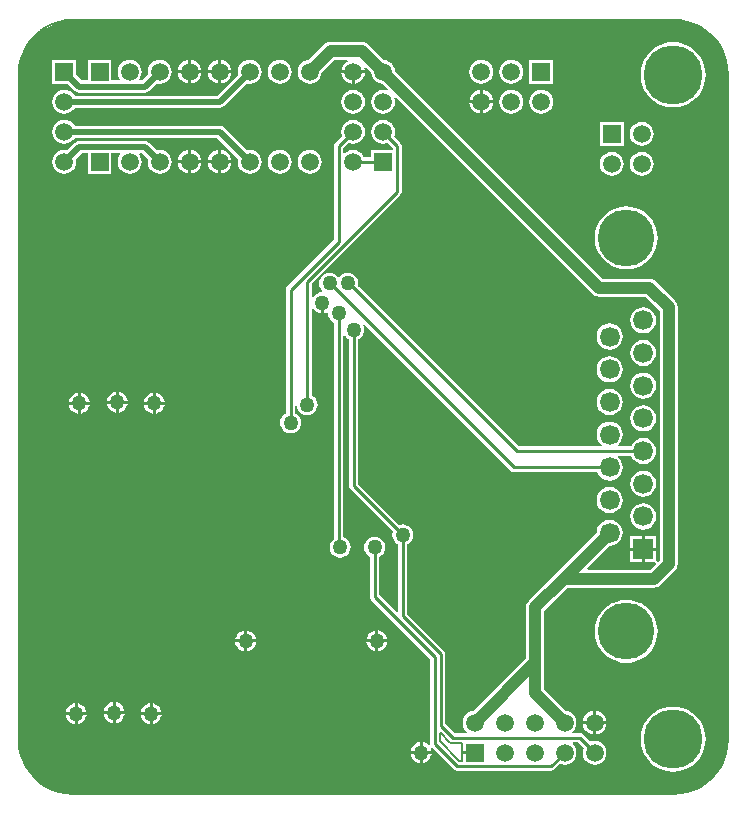
<source format=gbl>
%FSDAX24Y24*%
%MOIN*%
%SFA1B1*%

%IPPOS*%
%ADD19C,0.020000*%
%ADD20C,0.010000*%
%ADD21C,0.040000*%
%ADD22C,0.059100*%
%ADD23R,0.059100X0.059100*%
%ADD24R,0.059100X0.059100*%
%ADD25C,0.189000*%
%ADD26C,0.066500*%
%ADD27R,0.066500X0.066500*%
%ADD28C,0.050000*%
%ADD29C,0.196900*%
%ADD33C,0.005000*%
%ADD53C,0.080000*%
%ADD54C,0.160000*%
%ADD55C,0.320000*%
%LNmetr4810_pcb_b_layout-1*%
%LPD*%
G54D33*
X000237Y023958D02*
X000472Y023911D01*
X000698Y023834*
X000911Y023729*
X001110Y023597*
X001289Y023439*
X001447Y023260*
X001579Y023061*
X001684Y022848*
X001761Y022622*
X001808Y022387*
X001822Y022157*
X001822Y022151*
Y-000001*
X001822Y-000007*
X001808Y-000237*
X001761Y-000472*
X001684Y-000698*
X001579Y-000911*
X001447Y-001110*
X001289Y-001289*
X001110Y-001447*
X000911Y-001579*
X000698Y-001684*
X000472Y-001761*
X000237Y-001808*
X000007Y-001822*
X000001Y-001822*
X-020001*
X-020007Y-001822*
X-020237Y-001808*
X-020472Y-001761*
X-020698Y-001684*
X-020911Y-001579*
X-021110Y-001447*
X-021289Y-001289*
X-021447Y-001110*
X-021579Y-000911*
X-021684Y-000698*
X-021761Y-000472*
X-021808Y-000237*
X-021822Y-000007*
X-021822Y-000001*
Y022151*
X-021822Y022157*
X-021808Y022387*
X-021761Y022622*
X-021684Y022848*
X-021579Y023061*
X-021447Y023260*
X-021289Y023439*
X-021110Y023597*
X-020911Y023729*
X-020698Y023834*
X-020472Y023911*
X-020237Y023958*
X-020007Y023972*
X-020001Y023972*
X000001*
X000007Y023972*
X000237Y023958*
G54D20*
X000231Y023908D02*
X000459Y023863D01*
X000679Y023788*
X000886Y023685*
X001080Y023557*
X001253Y023403*
X001407Y023230*
X001535Y023036*
X001638Y022829*
X001713Y022609*
X001758Y022381*
X001772Y022159*
X001772Y022155*
Y-000005*
X001772Y-000009*
X001758Y-000231*
X001713Y-000459*
X001638Y-000679*
X001535Y-000886*
X001407Y-001080*
X001253Y-001253*
X001080Y-001407*
X000886Y-001535*
X000679Y-001638*
X000459Y-001713*
X000231Y-001758*
X000009Y-001772*
X000005Y-001772*
X-020005*
X-020009Y-001772*
X-020231Y-001758*
X-020459Y-001713*
X-020679Y-001638*
X-020886Y-001535*
X-021080Y-001407*
X-021253Y-001253*
X-021407Y-001080*
X-021535Y-000886*
X-021638Y-000679*
X-021713Y-000459*
X-021758Y-000231*
X-021772Y-000009*
X-021772Y-000005*
Y022155*
X-021772Y022159*
X-021758Y022381*
X-021713Y022609*
X-021638Y022829*
X-021535Y023036*
X-021407Y023230*
X-021253Y023403*
X-021080Y023557*
X-020886Y023685*
X-020679Y023788*
X-020459Y023863*
X-020231Y023908*
X-020009Y023922*
X-020005Y023922*
X000005*
X000009Y023922*
X000231Y023908*
G54D19*
X000218Y023809D02*
X000433Y023766D01*
X000640Y023696*
X000836Y023599*
X001019Y023477*
X001183Y023333*
X001327Y023169*
X001449Y022986*
X001546Y022790*
X001616Y022583*
X001659Y022368*
X001672Y022163*
X001672Y022162*
Y-000012*
X001672Y-000013*
X001659Y-000218*
X001616Y-000433*
X001546Y-000640*
X001449Y-000836*
X001327Y-001019*
X001183Y-001183*
X001019Y-001327*
X000836Y-001449*
X000640Y-001546*
X000433Y-001616*
X000218Y-001659*
X000013Y-001672*
X000012Y-001672*
X-020012*
X-020013Y-001672*
X-020218Y-001659*
X-020433Y-001616*
X-020640Y-001546*
X-020836Y-001449*
X-021019Y-001327*
X-021183Y-001183*
X-021327Y-001019*
X-021449Y-000836*
X-021546Y-000640*
X-021616Y-000433*
X-021659Y-000218*
X-021672Y-000013*
X-021672Y-000012*
Y022162*
X-021672Y022163*
X-021659Y022368*
X-021616Y022583*
X-021546Y022790*
X-021449Y022986*
X-021327Y023169*
X-021183Y023333*
X-021019Y023477*
X-020836Y023599*
X-020640Y023696*
X-020433Y023766*
X-020218Y023809*
X-020013Y023822*
X-020012Y023822*
X000012*
X000013Y023822*
X000218Y023809*
G54D21*
X000192Y023610D02*
X000381Y023572D01*
X000563Y023510*
X000736Y023425*
X000897Y023318*
X001041Y023191*
X001168Y023047*
X001275Y022886*
X001360Y022713*
X001422Y022531*
X001460Y022342*
X001471Y022170*
X001472Y022175*
Y-000025*
X001471Y-000020*
X001460Y-000192*
X001422Y-000381*
X001360Y-000563*
X001275Y-000736*
X001168Y-000897*
X001041Y-001041*
X000897Y-001168*
X000736Y-001275*
X000563Y-001360*
X000381Y-001422*
X000192Y-001460*
X000020Y-001471*
X000025Y-001472*
X-020025*
X-020020Y-001471*
X-020192Y-001460*
X-020381Y-001422*
X-020563Y-001360*
X-020736Y-001275*
X-020897Y-001168*
X-021041Y-001041*
X-021168Y-000897*
X-021275Y-000736*
X-021360Y-000563*
X-021422Y-000381*
X-021460Y-000192*
X-021471Y-000020*
X-021472Y-000025*
Y022175*
X-021471Y022170*
X-021460Y022342*
X-021422Y022531*
X-021360Y022713*
X-021275Y022886*
X-021168Y023047*
X-021041Y023191*
X-020897Y023318*
X-020736Y023425*
X-020563Y023510*
X-020381Y023572*
X-020192Y023610*
X-020020Y023621*
X-020025Y023622*
X000025*
X000020Y023621*
X000192Y023610*
G54D53*
X000140Y023212D02*
X000278Y023185D01*
X000409Y023140*
X000536Y023078*
X000652Y023000*
X000757Y022907*
X000850Y022802*
X000928Y022686*
X000990Y022559*
X001035Y022428*
X001062Y022290*
X001327Y018161*
X001072Y016289*
Y005860*
X001327Y003988*
X001062Y-000140*
X001035Y-000278*
X000990Y-000409*
X000928Y-000536*
X000850Y-000652*
X000757Y-000757*
X000652Y-000850*
X000536Y-000928*
X000409Y-000990*
X000278Y-001035*
X000140Y-001062*
X-003988Y-001327*
X-005860Y-001072*
X-014139*
X-016011Y-001327*
X-020140Y-001062*
X-020278Y-001035*
X-020409Y-000990*
X-020536Y-000928*
X-020652Y-000850*
X-020757Y-000757*
X-020850Y-000652*
X-020928Y-000536*
X-020990Y-000409*
X-021035Y-000278*
X-021062Y-000140*
X-021327Y003988*
X-021072Y005860*
Y016289*
X-021327Y018161*
X-021062Y022290*
X-021035Y022428*
X-020990Y022559*
X-020928Y022686*
X-020850Y022802*
X-020757Y022907*
X-020652Y023000*
X-020536Y023078*
X-020409Y023140*
X-020278Y023185*
X-020140Y023212*
X-016011Y023477*
X-014139Y023222*
X-005860*
X-003988Y023477*
X000140Y023212*
G54D54*
X000037Y022417D02*
X000070Y022411D01*
X000101Y022400*
X000135Y022383*
X000164Y022364*
X000191Y022341*
X000214Y022314*
X000233Y022285*
X000250Y022251*
X000261Y022220*
X000267Y022187*
X000524Y018190*
X000271Y016344*
X000272Y005805*
X000524Y003959*
X000267Y-000037*
X000261Y-000070*
X000250Y-000101*
X000233Y-000135*
X000214Y-000164*
X000191Y-000191*
X000164Y-000214*
X000135Y-000233*
X000101Y-000250*
X000070Y-000261*
X000037Y-000267*
X-003959Y-000524*
X-005805Y-000272*
X-014194*
X-016040Y-000524*
X-020037Y-000267*
X-020070Y-000261*
X-020101Y-000250*
X-020135Y-000233*
X-020164Y-000214*
X-020191Y-000191*
X-020214Y-000164*
X-020233Y-000135*
X-020250Y-000101*
X-020261Y-000070*
X-020267Y-000037*
X-020524Y003959*
X-020272Y005805*
Y016344*
X-020524Y018190*
X-020267Y022187*
X-020261Y022220*
X-020250Y022251*
X-020233Y022285*
X-020214Y022314*
X-020191Y022341*
X-020164Y022364*
X-020135Y022383*
X-020101Y022400*
X-020070Y022411*
X-020037Y022417*
X-016040Y022674*
X-014194Y022422*
X-005805*
X-003959Y022674*
X000037Y022417*
G54D55*
X-000169Y020827D02*
X-000344Y020862D01*
X-000513Y020920*
X-000664Y020994*
X-000812Y021092*
X-000942Y021207*
X-001057Y021337*
X-001155Y021485*
X-001229Y021636*
X-001287Y021805*
X-001322Y021980*
X-001082Y018247*
X-001328Y016452*
X-001327Y005697*
X-001082Y003902*
X-001322Y000169*
X-001287Y000344*
X-001229Y000513*
X-001155Y000664*
X-001057Y000812*
X-000942Y000942*
X-000812Y001057*
X-000664Y001155*
X-000513Y001229*
X-000344Y001287*
X-000169Y001322*
X-003902Y001082*
X-005697Y001328*
X-014302*
X-016097Y001082*
X-019830Y001322*
X-019655Y001287*
X-019486Y001229*
X-019335Y001155*
X-019187Y001057*
X-019057Y000942*
X-018942Y000812*
X-018844Y000664*
X-018770Y000513*
X-018712Y000344*
X-018677Y000169*
X-018917Y003902*
X-018672Y005697*
Y016452*
X-018917Y018247*
X-018677Y021980*
X-018712Y021805*
X-018770Y021636*
X-018844Y021485*
X-018942Y021337*
X-019057Y021207*
X-019187Y021092*
X-019335Y020994*
X-019486Y020920*
X-019655Y020862*
X-019830Y020827*
X-016097Y021067*
X-014302Y020822*
X-005697*
X-003902Y021067*
X-000169Y020827*
X-018170Y001840D02*
Y020230D01*
X-014970Y001840D02*
Y020230D01*
X-011770Y001840D02*
Y020230D01*
X-008570Y001840D02*
Y020230D01*
X-005370Y001840D02*
Y020230D01*
X-002170Y001840D02*
Y020230D01*
G54D33*
X-007505Y-000116D02*
X-007438Y-000161D01*
X-007357Y-000178*
X-007092*
Y-000470*
X-006697*
X-006672Y-000445*
X-007092Y-000416*
Y-000672*
X-007105*
X-007722Y-000055*
Y000165*
X-007767Y000145*
X-007505Y-000116*
X-007140Y-000700D02*
X-007050D01*
X-007190Y-000650D02*
X-007050D01*
X-007240Y-000600D02*
X-007050D01*
X-007290Y-000550D02*
X-007050D01*
X-007340Y-000500D02*
X-007050D01*
X-007390Y-000450D02*
X-006650D01*
X-007440Y-000400D02*
X-007050D01*
X-007490Y-000350D02*
X-007050D01*
X-007540Y-000300D02*
X-007050D01*
X-007590Y-000250D02*
X-007050D01*
X-007640Y-000200D02*
X-007050D01*
X-007690Y-000150D02*
X-007050D01*
X-007740Y-000100D02*
X-007440D01*
X-007760Y-000050D02*
X-007510D01*
X-007760Y000000D02*
X-007560D01*
X-007760Y000050D02*
X-007610D01*
X-007760Y000100D02*
X-007660D01*
X-007760Y000150D02*
X-007710D01*
X-007760Y000200D02*
D01*
%LNmetr4810_pcb_b_layout-2*%
%LPC*%
G36*
X-001001Y007860D02*
X-001114Y007845D01*
X-001219Y007802*
X-001309Y007732*
X-001379Y007642*
X-001422Y007537*
X-001437Y007424*
X-001422Y007311*
X-001379Y007205*
X-001309Y007115*
X-001219Y007046*
X-001114Y007002*
X-001001Y006987*
X-000888Y007002*
X-000783Y007046*
X-000692Y007115*
X-000623Y007205*
X-000579Y007311*
X-000564Y007424*
X-000579Y007537*
X-000623Y007642*
X-000692Y007732*
X-000783Y007802*
X-000888Y007845*
X-001001Y007860*
G37*
G36*
X-000568Y006766D02*
X-000951D01*
Y006383*
X-000568*
Y006766*
G37*
G36*
X-001051D02*
X-001433D01*
Y006383*
X-001051*
Y006766*
G37*
G36*
X-001001Y011132D02*
X-001114Y011117D01*
X-001219Y011073*
X-001309Y011004*
X-001379Y010913*
X-001422Y010808*
X-001437Y010695*
X-001422Y010582*
X-001379Y010477*
X-001309Y010387*
X-001219Y010317*
X-001114Y010274*
X-001001Y010259*
X-000888Y010274*
X-000783Y010317*
X-000692Y010387*
X-000623Y010477*
X-000579Y010582*
X-000564Y010695*
X-000579Y010808*
X-000623Y010913*
X-000692Y011004*
X-000783Y011073*
X-000888Y011117*
X-001001Y011132*
G37*
G36*
Y008951D02*
X-001114Y008936D01*
X-001219Y008892*
X-001309Y008823*
X-001379Y008732*
X-001422Y008627*
X-001437Y008514*
X-001422Y008401*
X-001379Y008296*
X-001309Y008206*
X-001219Y008136*
X-001114Y008093*
X-001001Y008078*
X-000888Y008093*
X-000783Y008136*
X-000692Y008206*
X-000623Y008296*
X-000579Y008401*
X-000564Y008514*
X-000579Y008627*
X-000623Y008732*
X-000692Y008823*
X-000783Y008892*
X-000888Y008936*
X-001001Y008951*
G37*
G36*
X-002119Y008405D02*
X-002232Y008390D01*
X-002337Y008347*
X-002427Y008277*
X-002497Y008187*
X-002540Y008082*
X-002555Y007969*
X-002540Y007856*
X-002497Y007751*
X-002427Y007660*
X-002337Y007591*
X-002232Y007547*
X-002119Y007532*
X-002006Y007547*
X-001901Y007591*
X-001810Y007660*
X-001741Y007751*
X-001697Y007856*
X-001682Y007969*
X-001697Y008082*
X-001741Y008187*
X-001810Y008277*
X-001901Y008347*
X-002006Y008390*
X-002119Y008405*
G37*
G36*
X-014200Y003624D02*
Y003328D01*
X-013904*
X-013909Y003369*
X-013944Y003454*
X-014000Y003527*
X-014073Y003583*
X-014159Y003619*
X-014200Y003624*
G37*
G36*
X-014300D02*
X-014341Y003619D01*
X-014427Y003583*
X-014500Y003527*
X-014556Y003454*
X-014591Y003369*
X-014596Y003328*
X-014300*
Y003624*
G37*
G36*
X-009532Y003228D02*
X-009828D01*
Y002931*
X-009787Y002937*
X-009702Y002972*
X-009629Y003028*
X-009573Y003101*
X-009537Y003186*
X-009532Y003228*
G37*
G36*
X-001051Y006283D02*
X-001433D01*
Y005900*
X-001051*
Y006283*
G37*
G36*
X-009828Y003624D02*
Y003328D01*
X-009532*
X-009537Y003369*
X-009573Y003454*
X-009629Y003527*
X-009702Y003583*
X-009787Y003619*
X-009828Y003624*
G37*
G36*
X-009928D02*
X-009970Y003619D01*
X-010055Y003583*
X-010128Y003527*
X-010184Y003454*
X-010219Y003369*
X-010225Y003328*
X-009928*
Y003624*
G37*
G36*
X-019750Y011546D02*
Y011250D01*
X-019454*
X-019459Y011291*
X-019494Y011377*
X-019550Y011450*
X-019623Y011506*
X-019709Y011541*
X-019750Y011546*
G37*
G36*
X-019850D02*
X-019891Y011541D01*
X-019977Y011506*
X-020050Y011450*
X-020106Y011377*
X-020141Y011291*
X-020146Y011250*
X-019850*
Y011546*
G37*
G36*
X-018185Y011186D02*
X-018482D01*
Y010889*
X-018440Y010895*
X-018355Y010930*
X-018282Y010986*
X-018226Y011059*
X-018191Y011144*
X-018185Y011186*
G37*
G36*
X-018582Y011582D02*
X-018623Y011577D01*
X-018708Y011542*
X-018781Y011485*
X-018837Y011412*
X-018873Y011327*
X-018878Y011286*
X-018582*
Y011582*
G37*
G36*
X-017250Y011546D02*
Y011250D01*
X-016954*
X-016959Y011291*
X-016994Y011377*
X-017050Y011450*
X-017123Y011506*
X-017209Y011541*
X-017250Y011546*
G37*
G36*
X-017350D02*
X-017391Y011541D01*
X-017477Y011506*
X-017550Y011450*
X-017606Y011377*
X-017641Y011291*
X-017646Y011250*
X-017350*
Y011546*
G37*
G36*
X-019454Y011150D02*
X-019750D01*
Y010854*
X-019709Y010859*
X-019623Y010894*
X-019550Y010950*
X-019494Y011023*
X-019459Y011109*
X-019454Y011150*
G37*
G36*
X-019850D02*
X-020146D01*
X-020141Y011109*
X-020106Y011023*
X-020050Y010950*
X-019977Y010894*
X-019891Y010859*
X-019850Y010854*
Y011150*
G37*
G36*
X-002119Y011677D02*
X-002232Y011662D01*
X-002337Y011618*
X-002427Y011549*
X-002497Y011459*
X-002540Y011353*
X-002555Y011241*
X-002540Y011128*
X-002497Y011022*
X-002427Y010932*
X-002337Y010863*
X-002232Y010819*
X-002119Y010804*
X-002006Y010819*
X-001901Y010863*
X-001810Y010932*
X-001741Y011022*
X-001697Y011128*
X-001682Y011241*
X-001697Y011353*
X-001741Y011459*
X-001810Y011549*
X-001901Y011618*
X-002006Y011662*
X-002119Y011677*
G37*
G36*
X-018582Y011186D02*
X-018878D01*
X-018873Y011144*
X-018837Y011059*
X-018781Y010986*
X-018708Y010930*
X-018623Y010895*
X-018582Y010889*
Y011186*
G37*
G36*
X-016954Y011150D02*
X-017250D01*
Y010854*
X-017209Y010859*
X-017123Y010894*
X-017050Y010950*
X-016994Y011023*
X-016959Y011109*
X-016954Y011150*
G37*
G36*
X-017350D02*
X-017646D01*
X-017641Y011109*
X-017606Y011023*
X-017550Y010950*
X-017477Y010894*
X-017391Y010859*
X-017350Y010854*
Y011150*
G37*
G36*
X-017450Y000800D02*
X-017746D01*
X-017741Y000759*
X-017706Y000673*
X-017650Y000600*
X-017577Y000544*
X-017491Y000509*
X-017450Y000504*
Y000800*
G37*
G36*
X-019554D02*
X-019850D01*
Y000504*
X-019809Y000509*
X-019723Y000544*
X-019650Y000600*
X-019594Y000673*
X-019559Y000759*
X-019554Y000800*
G37*
G36*
X-019950D02*
X-020246D01*
X-020241Y000759*
X-020206Y000673*
X-020150Y000600*
X-020077Y000544*
X-019991Y000509*
X-019950Y000504*
Y000800*
G37*
G36*
X-018285Y000836D02*
X-018582D01*
Y000539*
X-018540Y000545*
X-018455Y000580*
X-018382Y000636*
X-018326Y000709*
X-018291Y000794*
X-018285Y000836*
G37*
G36*
X-018682D02*
X-018978D01*
X-018973Y000794*
X-018937Y000709*
X-018881Y000636*
X-018808Y000580*
X-018723Y000545*
X-018682Y000539*
Y000836*
G37*
G36*
X-017054Y000800D02*
X-017350D01*
Y000504*
X-017309Y000509*
X-017223Y000544*
X-017150Y000600*
X-017094Y000673*
X-017059Y000759*
X-017054Y000800*
G37*
G36*
X-008054Y-000495D02*
X-008350D01*
Y-000791*
X-008309Y-000786*
X-008223Y-000751*
X-008150Y-000695*
X-008094Y-000621*
X-008059Y-000536*
X-008054Y-000495*
G37*
G36*
X-008450D02*
X-008746D01*
X-008741Y-000536*
X-008706Y-000621*
X-008650Y-000695*
X-008577Y-000751*
X-008491Y-000786*
X-008450Y-000791*
Y-000495*
G37*
G36*
X000000Y001088D02*
X-000170Y001074D01*
X-000336Y001034*
X-000494Y000969*
X-000639Y000880*
X-000769Y000769*
X-000880Y000639*
X-000969Y000494*
X-001034Y000336*
X-001074Y000170*
X-001088Y000000*
X-001074Y-000170*
X-001034Y-000336*
X-000969Y-000494*
X-000880Y-000639*
X-000769Y-000769*
X-000639Y-000880*
X-000494Y-000969*
X-000336Y-001034*
X-000170Y-001074*
X000000Y-001088*
X000170Y-001074*
X000336Y-001034*
X000494Y-000969*
X000639Y-000880*
X000769Y-000769*
X000880Y-000639*
X000969Y-000494*
X001034Y-000336*
X001074Y-000170*
X001088Y000000*
X001074Y000170*
X001034Y000336*
X000969Y000494*
X000880Y000639*
X000769Y000769*
X000639Y000880*
X000494Y000969*
X000336Y001034*
X000170Y001074*
X000000Y001088*
G37*
G36*
X-002229Y000505D02*
X-002572D01*
Y000163*
X-002518Y000170*
X-002422Y000210*
X-002340Y000273*
X-002276Y000356*
X-002236Y000452*
X-002229Y000505*
G37*
G36*
X-002672D02*
X-003014D01*
X-003007Y000452*
X-002967Y000356*
X-002903Y000273*
X-002821Y000210*
X-002725Y000170*
X-002672Y000163*
Y000505*
G37*
G36*
X-008450Y-000098D02*
X-008491Y-000104D01*
X-008577Y-000139*
X-008650Y-000195*
X-008706Y-000268*
X-008741Y-000354*
X-008746Y-000395*
X-008450*
Y-000098*
G37*
G36*
X-001560Y004639D02*
X-001724Y004626D01*
X-001884Y004588*
X-002036Y004525*
X-002176Y004439*
X-002301Y004332*
X-002408Y004207*
X-002494Y004067*
X-002557Y003915*
X-002595Y003755*
X-002608Y003591*
X-002595Y003427*
X-002557Y003267*
X-002494Y003115*
X-002408Y002975*
X-002301Y002850*
X-002176Y002743*
X-002036Y002657*
X-001884Y002594*
X-001724Y002556*
X-001560Y002543*
X-001396Y002556*
X-001236Y002594*
X-001084Y002657*
X-000944Y002743*
X-000819Y002850*
X-000712Y002975*
X-000626Y003115*
X-000563Y003267*
X-000525Y003427*
X-000512Y003591*
X-000525Y003755*
X-000563Y003915*
X-000626Y004067*
X-000712Y004207*
X-000819Y004332*
X-000944Y004439*
X-001084Y004525*
X-001236Y004588*
X-001396Y004626*
X-001560Y004639*
G37*
G36*
X-018582Y001232D02*
Y000936D01*
X-018285*
X-018291Y000977*
X-018326Y001062*
X-018382Y001135*
X-018455Y001192*
X-018540Y001227*
X-018582Y001232*
G37*
G36*
X-018682D02*
X-018723Y001227D01*
X-018808Y001192*
X-018881Y001135*
X-018937Y001062*
X-018973Y000977*
X-018978Y000936*
X-018682*
Y001232*
G37*
G36*
X-009928Y003228D02*
X-010225D01*
X-010219Y003186*
X-010184Y003101*
X-010128Y003028*
X-010055Y002972*
X-009970Y002937*
X-009928Y002931*
Y003228*
G37*
G36*
X-013904D02*
X-014200D01*
Y002931*
X-014159Y002937*
X-014073Y002972*
X-014000Y003028*
X-013944Y003101*
X-013909Y003186*
X-013904Y003228*
G37*
G36*
X-014300D02*
X-014596D01*
X-014591Y003186*
X-014556Y003101*
X-014500Y003028*
X-014427Y002972*
X-014341Y002937*
X-014300Y002931*
Y003228*
G37*
G36*
X-019950Y001196D02*
X-019991Y001191D01*
X-020077Y001156*
X-020150Y001100*
X-020206Y001027*
X-020241Y000941*
X-020246Y000900*
X-019950*
Y001196*
G37*
G36*
X-002572Y000947D02*
Y000605D01*
X-002229*
X-002236Y000658*
X-002276Y000754*
X-002340Y000837*
X-002422Y000900*
X-002518Y000940*
X-002572Y000947*
G37*
G36*
X-002672D02*
X-002725Y000940D01*
X-002821Y000900*
X-002903Y000837*
X-002967Y000754*
X-003007Y000658*
X-003014Y000605*
X-002672*
Y000947*
G37*
G36*
X-017350Y001196D02*
Y000900D01*
X-017054*
X-017059Y000941*
X-017094Y001027*
X-017150Y001100*
X-017223Y001156*
X-017309Y001191*
X-017350Y001196*
G37*
G36*
X-017450D02*
X-017491Y001191D01*
X-017577Y001156*
X-017650Y001100*
X-017706Y001027*
X-017741Y000941*
X-017746Y000900*
X-017450*
Y001196*
G37*
G36*
X-019850D02*
Y000900D01*
X-019554*
X-019559Y000941*
X-019594Y001027*
X-019650Y001100*
X-019723Y001156*
X-019809Y001191*
X-019850Y001196*
G37*
G36*
X-014118Y022649D02*
X-014221Y022635D01*
X-014317Y022595*
X-014400Y022532*
X-014463Y022449*
X-014503Y022353*
X-014517Y022250*
X-014504Y022153*
X-015203Y021454*
X-019955*
X-020015Y021532*
X-020098Y021595*
X-020194Y021635*
X-020297Y021649*
X-020400Y021635*
X-020496Y021595*
X-020579Y021532*
X-020642Y021449*
X-020682Y021353*
X-020696Y021250*
X-020682Y021147*
X-020642Y021051*
X-020579Y020968*
X-020496Y020905*
X-020400Y020865*
X-020297Y020851*
X-020194Y020865*
X-020098Y020905*
X-020015Y020968*
X-019955Y021046*
X-015118*
X-015040Y021062*
X-014974Y021106*
X-014216Y021864*
X-014118Y021851*
X-014015Y021865*
X-013919Y021905*
X-013836Y021968*
X-013773Y022051*
X-013733Y022147*
X-013719Y022250*
X-013733Y022353*
X-013773Y022449*
X-013836Y022532*
X-013919Y022595*
X-014015Y022635*
X-014118Y022649*
G37*
G36*
X-010375Y023253D02*
X-011418D01*
X-011496Y023242*
X-011569Y023212*
X-011632Y023164*
X-012152Y022644*
X-012221Y022635*
X-012317Y022595*
X-012400Y022532*
X-012463Y022449*
X-012503Y022353*
X-012517Y022250*
X-012503Y022147*
X-012463Y022051*
X-012400Y021968*
X-012317Y021905*
X-012221Y021865*
X-012118Y021851*
X-012015Y021865*
X-011919Y021905*
X-011836Y021968*
X-011773Y022051*
X-011733Y022147*
X-011724Y022216*
X-011293Y022647*
X-010857*
X-010847Y022597*
X-010867Y022589*
X-010950Y022525*
X-011013Y022443*
X-011053Y022347*
X-011060Y022293*
X-010668*
X-010276*
X-010283Y022347*
X-010292Y022369*
X-010250Y022397*
X-010062Y022210*
X-010053Y022140*
X-010013Y022044*
X-009950Y021962*
X-009867Y021898*
X-009771Y021858*
X-009702Y021849*
X-009514Y021662*
X-009543Y021619*
X-009565Y021629*
X-009668Y021642*
X-009771Y021629*
X-009867Y021589*
X-009950Y021525*
X-010013Y021443*
X-010053Y021347*
X-010067Y021243*
X-010053Y021140*
X-010013Y021044*
X-009950Y020962*
X-009867Y020898*
X-009771Y020858*
X-009668Y020845*
X-009565Y020858*
X-009469Y020898*
X-009386Y020962*
X-009323Y021044*
X-009283Y021140*
X-009269Y021243*
X-009283Y021347*
X-009292Y021369*
X-009250Y021397*
X-002689Y014836*
X-002626Y014788*
X-002553Y014758*
X-002475Y014747*
X-000925*
X-000453Y014275*
Y005975*
X-000518Y005910*
X-000568Y005931*
Y005936*
Y005938*
Y006283*
X-000951*
Y005900*
X-000606*
X-000603*
X-000598*
X-000595Y005892*
X-000578Y005850*
X-000775Y005653*
X-002851*
X-002871Y005699*
X-002126Y006443*
X-002119Y006442*
X-002006Y006457*
X-001901Y006500*
X-001810Y006570*
X-001741Y006660*
X-001697Y006765*
X-001682Y006878*
X-001697Y006991*
X-001741Y007097*
X-001810Y007187*
X-001901Y007256*
X-002006Y007300*
X-002119Y007315*
X-002232Y007300*
X-002337Y007256*
X-002427Y007187*
X-002497Y007097*
X-002540Y006991*
X-002555Y006878*
X-002554Y006871*
X-003861Y005564*
X-004814Y004611*
X-004862Y004549*
X-004892Y004476*
X-004903Y004397*
Y002702*
X-006655Y000949*
X-006725Y000940*
X-006821Y000900*
X-006903Y000837*
X-006967Y000754*
X-007007Y000658*
X-007020Y000555*
X-007007Y000452*
X-006967Y000356*
X-006903Y000273*
X-006877Y000253*
X-006894Y000203*
X-007287*
X-007597Y000513*
Y002833*
X-007609Y002891*
X-007642Y002941*
X-008861Y004161*
Y006499*
X-008838Y006509*
X-008765Y006565*
X-008709Y006638*
X-008673Y006723*
X-008661Y006814*
X-008673Y006906*
X-008709Y006991*
X-008765Y007064*
X-008838Y007120*
X-008923Y007155*
X-009014Y007167*
X-009106Y007155*
X-009129Y007146*
X-010497Y008513*
Y013335*
X-010473Y013344*
X-010400Y013400*
X-010344Y013473*
X-010309Y013559*
X-010297Y013650*
X-010309Y013741*
X-010331Y013794*
X-010288Y013822*
X-005418Y008951*
X-005368Y008918*
X-005309Y008907*
X-002524*
X-002497Y008841*
X-002427Y008751*
X-002337Y008682*
X-002232Y008638*
X-002119Y008623*
X-002006Y008638*
X-001901Y008682*
X-001810Y008751*
X-001741Y008841*
X-001697Y008946*
X-001682Y009059*
X-001697Y009172*
X-001741Y009278*
X-001810Y009368*
X-001854Y009402*
X-001837Y009452*
X-001406*
X-001379Y009387*
X-001309Y009296*
X-001219Y009227*
X-001114Y009183*
X-001001Y009168*
X-000888Y009183*
X-000783Y009227*
X-000692Y009296*
X-000623Y009387*
X-000579Y009492*
X-000564Y009605*
X-000579Y009718*
X-000623Y009823*
X-000692Y009913*
X-000783Y009983*
X-000888Y010026*
X-001001Y010041*
X-001114Y010026*
X-001219Y009983*
X-001309Y009913*
X-001379Y009823*
X-001406Y009758*
X-001837*
X-001854Y009808*
X-001810Y009841*
X-001741Y009932*
X-001697Y010037*
X-001682Y010150*
X-001697Y010263*
X-001741Y010368*
X-001810Y010459*
X-001901Y010528*
X-002006Y010572*
X-002119Y010586*
X-002232Y010572*
X-002337Y010528*
X-002427Y010459*
X-002497Y010368*
X-002540Y010263*
X-002555Y010150*
X-002540Y010037*
X-002497Y009932*
X-002427Y009841*
X-002384Y009808*
X-002400Y009758*
X-005141*
X-010507Y015123*
X-010497Y015200*
X-010509Y015291*
X-010544Y015377*
X-010600Y015450*
X-010673Y015506*
X-010759Y015541*
X-010850Y015553*
X-010941Y015541*
X-011027Y015506*
X-011100Y015450*
X-011125Y015417*
X-011175*
X-011200Y015450*
X-011273Y015506*
X-011359Y015541*
X-011450Y015553*
X-011541Y015541*
X-011627Y015506*
X-011700Y015450*
X-011756Y015377*
X-011791Y015291*
X-011803Y015200*
X-011791Y015109*
X-011756Y015023*
X-011700Y014951*
Y014948*
X-011717Y014901*
X-011791Y014891*
X-011877Y014856*
X-011950Y014800*
X-011997Y014738*
X-012047Y014751*
Y015187*
X-009092Y018142*
X-009059Y018191*
X-009047Y018250*
Y019775*
X-009059Y019834*
X-009092Y019884*
X-009302Y020094*
X-009283Y020140*
X-009269Y020243*
X-009283Y020347*
X-009323Y020443*
X-009386Y020525*
X-009469Y020589*
X-009565Y020629*
X-009668Y020642*
X-009771Y020629*
X-009867Y020589*
X-009950Y020525*
X-010013Y020443*
X-010053Y020347*
X-010067Y020243*
X-010053Y020140*
X-010013Y020044*
X-009950Y019962*
X-009867Y019898*
X-009771Y019858*
X-009668Y019845*
X-009565Y019858*
X-009519Y019878*
X-009353Y019712*
Y019639*
X-010063*
Y019396*
X-010304*
X-010323Y019443*
X-010386Y019525*
X-010469Y019589*
X-010565Y019629*
X-010668Y019642*
X-010771Y019629*
X-010867Y019589*
X-010947Y019528*
X-010967Y019531*
X-010997Y019541*
Y019698*
X-010818Y019878*
X-010771Y019858*
X-010668Y019845*
X-010565Y019858*
X-010469Y019898*
X-010386Y019962*
X-010323Y020044*
X-010283Y020140*
X-010269Y020243*
X-010283Y020347*
X-010323Y020443*
X-010386Y020525*
X-010469Y020589*
X-010565Y020629*
X-010668Y020642*
X-010771Y020629*
X-010867Y020589*
X-010950Y020525*
X-011013Y020443*
X-011053Y020347*
X-011067Y020243*
X-011053Y020140*
X-011034Y020094*
X-011258Y019870*
X-011291Y019820*
X-011303Y019762*
Y016646*
X-012858Y015091*
X-012891Y015041*
X-012903Y014983*
Y010865*
X-012927Y010856*
X-013000Y010800*
X-013056Y010727*
X-013091Y010641*
X-013103Y010550*
X-013091Y010459*
X-013056Y010373*
X-013000Y010300*
X-012927Y010244*
X-012841Y010209*
X-012750Y010197*
X-012659Y010209*
X-012573Y010244*
X-012500Y010300*
X-012444Y010373*
X-012409Y010459*
X-012397Y010550*
X-012409Y010641*
X-012444Y010727*
X-012500Y010800*
X-012573Y010856*
X-012597Y010865*
Y011101*
X-012547Y011105*
X-012541Y011059*
X-012506Y010973*
X-012450Y010900*
X-012377Y010844*
X-012291Y010809*
X-012200Y010797*
X-012109Y010809*
X-012023Y010844*
X-011950Y010900*
X-011894Y010973*
X-011859Y011059*
X-011847Y011150*
X-011859Y011241*
X-011894Y011327*
X-011950Y011400*
X-012023Y011456*
X-012047Y011465*
Y014349*
X-011997Y014362*
X-011950Y014300*
X-011877Y014244*
X-011791Y014209*
X-011750Y014204*
Y014550*
X-011650*
Y014204*
X-011609Y014209*
X-011549Y014234*
X-011503Y014200*
X-011491Y014109*
X-011456Y014023*
X-011400Y013950*
X-011327Y013894*
X-011303Y013885*
Y006685*
X-011350Y006650*
X-011406Y006577*
X-011441Y006491*
X-011453Y006400*
X-011441Y006309*
X-011406Y006223*
X-011350Y006150*
X-011277Y006094*
X-011191Y006059*
X-011100Y006047*
X-011009Y006059*
X-010923Y006094*
X-010850Y006150*
X-010794Y006223*
X-010759Y006309*
X-010747Y006400*
X-010759Y006491*
X-010794Y006577*
X-010850Y006650*
X-010923Y006706*
X-010997Y006736*
Y013449*
X-010947Y013462*
X-010900Y013400*
X-010827Y013344*
X-010803Y013335*
Y008450*
X-010791Y008391*
X-010758Y008342*
X-009346Y006929*
X-009355Y006906*
X-009367Y006814*
X-009355Y006723*
X-009320Y006638*
X-009264Y006565*
X-009191Y006509*
X-009167Y006499*
Y004249*
X-009214Y004230*
X-009797Y004813*
Y006085*
X-009773Y006094*
X-009700Y006150*
X-009644Y006223*
X-009609Y006309*
X-009597Y006400*
X-009609Y006491*
X-009644Y006577*
X-009700Y006650*
X-009773Y006706*
X-009859Y006741*
X-009950Y006753*
X-010041Y006741*
X-010127Y006706*
X-010200Y006650*
X-010256Y006577*
X-010291Y006491*
X-010303Y006400*
X-010291Y006309*
X-010256Y006223*
X-010200Y006150*
X-010127Y006094*
X-010103Y006085*
Y004750*
X-010091Y004691*
X-010058Y004642*
X-008103Y002687*
Y-000150*
X-008096Y-000184*
X-008143Y-000205*
X-008150Y-000195*
X-008223Y-000139*
X-008309Y-000104*
X-008350Y-000098*
Y-000395*
X-008054*
X-008059Y-000354*
X-008077Y-000310*
X-008035Y-000282*
X-007308Y-001008*
X-007259Y-001041*
X-007200Y-001053*
X-004077*
X-004018Y-001041*
X-003969Y-001008*
X-003771Y-000811*
X-003725Y-000830*
X-003622Y-000844*
X-003518Y-000830*
X-003422Y-000790*
X-003340Y-000727*
X-003276Y-000644*
X-003236Y-000548*
X-003223Y-000445*
X-003236Y-000342*
X-003276Y-000246*
X-003340Y-000163*
X-003356Y-000150*
X-003340Y-000103*
X-003180*
X-002987Y-000295*
X-003007Y-000342*
X-003020Y-000445*
X-003007Y-000548*
X-002967Y-000644*
X-002903Y-000727*
X-002821Y-000790*
X-002725Y-000830*
X-002622Y-000844*
X-002518Y-000830*
X-002422Y-000790*
X-002340Y-000727*
X-002276Y-000644*
X-002236Y-000548*
X-002223Y-000445*
X-002236Y-000342*
X-002276Y-000246*
X-002340Y-000163*
X-002422Y-000100*
X-002518Y-000060*
X-002622Y-000046*
X-002725Y-000060*
X-002771Y-000079*
X-003008Y000158*
X-003058Y000191*
X-003116Y000203*
X-003349*
X-003366Y000253*
X-003340Y000273*
X-003276Y000356*
X-003236Y000452*
X-003223Y000555*
X-003236Y000658*
X-003276Y000754*
X-003340Y000837*
X-003422Y000900*
X-003518Y000940*
X-003588Y000949*
X-004297Y001659*
Y002577*
Y004272*
X-003522Y005047*
X-000650*
X-000572Y005058*
X-000499Y005088*
X-000436Y005136*
X000064Y005636*
X000112Y005699*
X000142Y005772*
X000153Y005850*
Y014400*
X000142Y014478*
X000112Y014551*
X000064Y014614*
X-000586Y015264*
X-000649Y015312*
X-000722Y015342*
X-000800Y015353*
X-002349*
X-009274Y022277*
X-009283Y022347*
X-009323Y022443*
X-009386Y022525*
X-009469Y022589*
X-009565Y022629*
X-009634Y022638*
X-010161Y023164*
X-010223Y023212*
X-010296Y023242*
X-010375Y023253*
G37*
G36*
X-006350Y021642D02*
Y021300D01*
X-006008*
X-006015Y021353*
X-006055Y021449*
X-006118Y021532*
X-006201Y021595*
X-006297Y021635*
X-006350Y021642*
G37*
G36*
X-005400Y022649D02*
X-005503Y022635D01*
X-005599Y022595*
X-005682Y022532*
X-005745Y022449*
X-005785Y022353*
X-005799Y022250*
X-005785Y022147*
X-005745Y022051*
X-005682Y021968*
X-005599Y021905*
X-005503Y021865*
X-005400Y021851*
X-005297Y021865*
X-005201Y021905*
X-005118Y021968*
X-005055Y022051*
X-005015Y022147*
X-005001Y022250*
X-005015Y022353*
X-005055Y022449*
X-005118Y022532*
X-005201Y022595*
X-005297Y022635*
X-005400Y022649*
G37*
G36*
X-006400D02*
X-006503Y022635D01*
X-006599Y022595*
X-006682Y022532*
X-006745Y022449*
X-006785Y022353*
X-006799Y022250*
X-006785Y022147*
X-006745Y022051*
X-006682Y021968*
X-006599Y021905*
X-006503Y021865*
X-006400Y021851*
X-006297Y021865*
X-006201Y021905*
X-006118Y021968*
X-006055Y022051*
X-006015Y022147*
X-006001Y022250*
X-006015Y022353*
X-006055Y022449*
X-006118Y022532*
X-006201Y022595*
X-006297Y022635*
X-006400Y022649*
G37*
G36*
X-013118D02*
X-013221Y022635D01*
X-013317Y022595*
X-013400Y022532*
X-013463Y022449*
X-013503Y022353*
X-013517Y022250*
X-013503Y022147*
X-013463Y022051*
X-013400Y021968*
X-013317Y021905*
X-013221Y021865*
X-013118Y021851*
X-013015Y021865*
X-012919Y021905*
X-012836Y021968*
X-012773Y022051*
X-012733Y022147*
X-012719Y022250*
X-012733Y022353*
X-012773Y022449*
X-012836Y022532*
X-012919Y022595*
X-013015Y022635*
X-013118Y022649*
G37*
G36*
X-006450Y021200D02*
X-006792D01*
X-006785Y021147*
X-006745Y021051*
X-006682Y020968*
X-006599Y020905*
X-006503Y020865*
X-006450Y020858*
Y021200*
G37*
G36*
X-004400Y021649D02*
X-004503Y021635D01*
X-004599Y021595*
X-004682Y021532*
X-004745Y021449*
X-004785Y021353*
X-004799Y021250*
X-004785Y021147*
X-004745Y021051*
X-004682Y020968*
X-004599Y020905*
X-004503Y020865*
X-004400Y020851*
X-004297Y020865*
X-004201Y020905*
X-004118Y020968*
X-004055Y021051*
X-004015Y021147*
X-004001Y021250*
X-004015Y021353*
X-004055Y021449*
X-004118Y021532*
X-004201Y021595*
X-004297Y021635*
X-004400Y021649*
G37*
G36*
X-005400D02*
X-005503Y021635D01*
X-005599Y021595*
X-005682Y021532*
X-005745Y021449*
X-005785Y021353*
X-005799Y021250*
X-005785Y021147*
X-005745Y021051*
X-005682Y020968*
X-005599Y020905*
X-005503Y020865*
X-005400Y020851*
X-005297Y020865*
X-005201Y020905*
X-005118Y020968*
X-005055Y021051*
X-005015Y021147*
X-005001Y021250*
X-005015Y021353*
X-005055Y021449*
X-005118Y021532*
X-005201Y021595*
X-005297Y021635*
X-005400Y021649*
G37*
G36*
X-006450Y021642D02*
X-006503Y021635D01*
X-006599Y021595*
X-006682Y021532*
X-006745Y021449*
X-006785Y021353*
X-006792Y021300*
X-006450*
Y021642*
G37*
G36*
X000000Y023238D02*
X-000170Y023224D01*
X-000336Y023184*
X-000494Y023119*
X-000639Y023030*
X-000769Y022919*
X-000880Y022789*
X-000969Y022644*
X-001034Y022486*
X-001074Y022320*
X-001088Y022150*
X-001074Y021980*
X-001034Y021814*
X-000969Y021656*
X-000880Y021511*
X-000769Y021381*
X-000639Y021270*
X-000494Y021181*
X-000336Y021116*
X-000170Y021076*
X000000Y021062*
X000170Y021076*
X000336Y021116*
X000494Y021181*
X000639Y021270*
X000769Y021381*
X000880Y021511*
X000969Y021656*
X001034Y021814*
X001074Y021980*
X001088Y022150*
X001074Y022320*
X001034Y022486*
X000969Y022644*
X000880Y022789*
X000769Y022919*
X000639Y023030*
X000494Y023119*
X000336Y023184*
X000170Y023224*
X000000Y023238*
G37*
G36*
X-006008Y021200D02*
X-006350D01*
Y020858*
X-006297Y020865*
X-006201Y020905*
X-006118Y020968*
X-006055Y021051*
X-006015Y021147*
X-006008Y021200*
G37*
G36*
X-016168Y022642D02*
X-016221Y022635D01*
X-016317Y022595*
X-016400Y022532*
X-016463Y022449*
X-016503Y022353*
X-016510Y022300*
X-016168*
Y022642*
G37*
G36*
X-017118Y022649D02*
X-017221Y022635D01*
X-017317Y022595*
X-017400Y022532*
X-017463Y022449*
X-017503Y022353*
X-017517Y022250*
X-017504Y022153*
X-017698Y021959*
X-017780*
X-017805Y022009*
X-017773Y022051*
X-017733Y022147*
X-017719Y022250*
X-017733Y022353*
X-017773Y022449*
X-017836Y022532*
X-017919Y022595*
X-018015Y022635*
X-018118Y022649*
X-018221Y022635*
X-018317Y022595*
X-018400Y022532*
X-018463Y022449*
X-018503Y022353*
X-018517Y022250*
X-018503Y022147*
X-018463Y022051*
X-018431Y022009*
X-018456Y021959*
X-018723*
Y022645*
X-019513*
Y021959*
X-019717*
X-019902Y022143*
Y022645*
X-020692*
Y021855*
X-020190*
X-019946Y021611*
X-019880Y021566*
X-019802Y021551*
X-017613*
X-017535Y021566*
X-017469Y021611*
X-017216Y021864*
X-017118Y021851*
X-017015Y021865*
X-016919Y021905*
X-016836Y021968*
X-016773Y022051*
X-016733Y022147*
X-016719Y022250*
X-016733Y022353*
X-016773Y022449*
X-016836Y022532*
X-016919Y022595*
X-017015Y022635*
X-017118Y022649*
G37*
G36*
X-014726Y022200D02*
X-015068D01*
Y021858*
X-015015Y021865*
X-014919Y021905*
X-014836Y021968*
X-014773Y022051*
X-014733Y022147*
X-014726Y022200*
G37*
G36*
X-015068Y022642D02*
Y022300D01*
X-014726*
X-014733Y022353*
X-014773Y022449*
X-014836Y022532*
X-014919Y022595*
X-015015Y022635*
X-015068Y022642*
G37*
G36*
X-015168D02*
X-015221Y022635D01*
X-015317Y022595*
X-015400Y022532*
X-015463Y022449*
X-015503Y022353*
X-015510Y022300*
X-015168*
Y022642*
G37*
G36*
X-016068D02*
Y022300D01*
X-015726*
X-015733Y022353*
X-015773Y022449*
X-015836Y022532*
X-015919Y022595*
X-016015Y022635*
X-016068Y022642*
G37*
G36*
X-004005Y022645D02*
X-004795D01*
Y021855*
X-004005*
Y022645*
G37*
G36*
X-010276Y022193D02*
X-010618D01*
Y021851*
X-010565Y021858*
X-010469Y021898*
X-010386Y021962*
X-010323Y022044*
X-010283Y022140*
X-010276Y022193*
G37*
G36*
X-010718D02*
X-011060D01*
X-011053Y022140*
X-011013Y022044*
X-010950Y021962*
X-010867Y021898*
X-010771Y021858*
X-010718Y021851*
Y022193*
G37*
G36*
X-015168Y022200D02*
X-015510D01*
X-015503Y022147*
X-015463Y022051*
X-015400Y021968*
X-015317Y021905*
X-015221Y021865*
X-015168Y021858*
Y022200*
G37*
G36*
X-015726D02*
X-016068D01*
Y021858*
X-016015Y021865*
X-015919Y021905*
X-015836Y021968*
X-015773Y022051*
X-015733Y022147*
X-015726Y022200*
G37*
G36*
X-016168D02*
X-016510D01*
X-016503Y022147*
X-016463Y022051*
X-016400Y021968*
X-016317Y021905*
X-016221Y021865*
X-016168Y021858*
Y022200*
G37*
G36*
X-001050Y019575D02*
X-001153Y019562D01*
X-001249Y019522*
X-001332Y019459*
X-001395Y019376*
X-001435Y019280*
X-001449Y019177*
X-001435Y019074*
X-001395Y018977*
X-001332Y018895*
X-001249Y018831*
X-001153Y018792*
X-001050Y018778*
X-000947Y018792*
X-000851Y018831*
X-000768Y018895*
X-000705Y018977*
X-000665Y019074*
X-000651Y019177*
X-000665Y019280*
X-000705Y019376*
X-000768Y019459*
X-000851Y019522*
X-000947Y019562*
X-001050Y019575*
G37*
G36*
X-002050D02*
X-002153Y019562D01*
X-002249Y019522*
X-002332Y019459*
X-002395Y019376*
X-002435Y019280*
X-002449Y019177*
X-002435Y019074*
X-002395Y018977*
X-002332Y018895*
X-002249Y018831*
X-002153Y018792*
X-002050Y018778*
X-001947Y018792*
X-001851Y018831*
X-001768Y018895*
X-001705Y018977*
X-001665Y019074*
X-001651Y019177*
X-001665Y019280*
X-001705Y019376*
X-001768Y019459*
X-001851Y019522*
X-001947Y019562*
X-002050Y019575*
G37*
G36*
X-001560Y017757D02*
X-001724Y017744D01*
X-001884Y017706*
X-002036Y017643*
X-002176Y017557*
X-002301Y017450*
X-002408Y017325*
X-002494Y017185*
X-002557Y017033*
X-002595Y016873*
X-002608Y016709*
X-002595Y016545*
X-002557Y016385*
X-002494Y016233*
X-002408Y016093*
X-002301Y015968*
X-002176Y015861*
X-002036Y015775*
X-001884Y015712*
X-001724Y015674*
X-001560Y015661*
X-001396Y015674*
X-001236Y015712*
X-001084Y015775*
X-000944Y015861*
X-000819Y015968*
X-000712Y016093*
X-000626Y016233*
X-000563Y016385*
X-000525Y016545*
X-000512Y016709*
X-000525Y016873*
X-000563Y017033*
X-000626Y017185*
X-000712Y017325*
X-000819Y017450*
X-000944Y017557*
X-001084Y017643*
X-001236Y017706*
X-001396Y017744*
X-001560Y017757*
G37*
G36*
X-012118Y019649D02*
X-012221Y019635D01*
X-012317Y019595*
X-012400Y019532*
X-012463Y019449*
X-012503Y019353*
X-012517Y019250*
X-012503Y019147*
X-012463Y019051*
X-012400Y018968*
X-012317Y018905*
X-012221Y018865*
X-012118Y018851*
X-012015Y018865*
X-011919Y018905*
X-011836Y018968*
X-011773Y019051*
X-011733Y019147*
X-011719Y019250*
X-011733Y019353*
X-011773Y019449*
X-011836Y019532*
X-011919Y019595*
X-012015Y019635*
X-012118Y019649*
G37*
G36*
X-013118D02*
X-013221Y019635D01*
X-013317Y019595*
X-013400Y019532*
X-013463Y019449*
X-013503Y019353*
X-013517Y019250*
X-013503Y019147*
X-013463Y019051*
X-013400Y018968*
X-013317Y018905*
X-013221Y018865*
X-013118Y018851*
X-013015Y018865*
X-012919Y018905*
X-012836Y018968*
X-012773Y019051*
X-012733Y019147*
X-012719Y019250*
X-012733Y019353*
X-012773Y019449*
X-012836Y019532*
X-012919Y019595*
X-013015Y019635*
X-013118Y019649*
G37*
G36*
X-020297Y020649D02*
X-020400Y020635D01*
X-020496Y020595*
X-020579Y020532*
X-020642Y020449*
X-020682Y020353*
X-020696Y020250*
X-020682Y020147*
X-020642Y020051*
X-020579Y019968*
X-020496Y019905*
X-020400Y019865*
X-020297Y019851*
X-020194Y019865*
X-020098Y019905*
X-020015Y019968*
X-019955Y020046*
X-015203*
X-014504Y019347*
X-014517Y019250*
X-014503Y019147*
X-014463Y019051*
X-014400Y018968*
X-014317Y018905*
X-014221Y018865*
X-014118Y018851*
X-014015Y018865*
X-013919Y018905*
X-013836Y018968*
X-013773Y019051*
X-013733Y019147*
X-013719Y019250*
X-013733Y019353*
X-013773Y019449*
X-013836Y019532*
X-013919Y019595*
X-014015Y019635*
X-014118Y019649*
X-014216Y019636*
X-014974Y020394*
X-015040Y020438*
X-015118Y020454*
X-019955*
X-020015Y020532*
X-020098Y020595*
X-020194Y020635*
X-020297Y020649*
G37*
G36*
X-002119Y012768D02*
X-002232Y012753D01*
X-002337Y012709*
X-002427Y012640*
X-002497Y012549*
X-002540Y012444*
X-002555Y012331*
X-002540Y012218*
X-002497Y012113*
X-002427Y012023*
X-002337Y011953*
X-002232Y011910*
X-002119Y011895*
X-002006Y011910*
X-001901Y011953*
X-001810Y012023*
X-001741Y012113*
X-001697Y012218*
X-001682Y012331*
X-001697Y012444*
X-001741Y012549*
X-001810Y012640*
X-001901Y012709*
X-002006Y012753*
X-002119Y012768*
G37*
G36*
X-001001Y012222D02*
X-001114Y012207D01*
X-001219Y012164*
X-001309Y012094*
X-001379Y012004*
X-001422Y011899*
X-001437Y011786*
X-001422Y011673*
X-001379Y011568*
X-001309Y011477*
X-001219Y011408*
X-001114Y011364*
X-001001Y011349*
X-000888Y011364*
X-000783Y011408*
X-000692Y011477*
X-000623Y011568*
X-000579Y011673*
X-000564Y011786*
X-000579Y011899*
X-000623Y012004*
X-000692Y012094*
X-000783Y012164*
X-000888Y012207*
X-001001Y012222*
G37*
G36*
X-018482Y011582D02*
Y011286D01*
X-018185*
X-018191Y011327*
X-018226Y011412*
X-018282Y011485*
X-018355Y011542*
X-018440Y011577*
X-018482Y011582*
G37*
G36*
X-001001Y014403D02*
X-001114Y014388D01*
X-001219Y014345*
X-001309Y014276*
X-001379Y014185*
X-001422Y014080*
X-001437Y013967*
X-001422Y013854*
X-001379Y013749*
X-001309Y013658*
X-001219Y013589*
X-001114Y013545*
X-001001Y013531*
X-000888Y013545*
X-000783Y013589*
X-000692Y013658*
X-000623Y013749*
X-000579Y013854*
X-000564Y013967*
X-000579Y014080*
X-000623Y014185*
X-000692Y014276*
X-000783Y014345*
X-000888Y014388*
X-001001Y014403*
G37*
G36*
X-002119Y013858D02*
X-002232Y013843D01*
X-002337Y013800*
X-002427Y013730*
X-002497Y013640*
X-002540Y013535*
X-002555Y013422*
X-002540Y013309*
X-002497Y013203*
X-002427Y013113*
X-002337Y013044*
X-002232Y013000*
X-002119Y012985*
X-002006Y013000*
X-001901Y013044*
X-001810Y013113*
X-001741Y013203*
X-001697Y013309*
X-001682Y013422*
X-001697Y013535*
X-001741Y013640*
X-001810Y013730*
X-001901Y013800*
X-002006Y013843*
X-002119Y013858*
G37*
G36*
X-001001Y013313D02*
X-001114Y013298D01*
X-001219Y013254*
X-001309Y013185*
X-001379Y013095*
X-001422Y012989*
X-001437Y012876*
X-001422Y012763*
X-001379Y012658*
X-001309Y012568*
X-001219Y012498*
X-001114Y012455*
X-001001Y012440*
X-000888Y012455*
X-000783Y012498*
X-000692Y012568*
X-000623Y012658*
X-000579Y012763*
X-000564Y012876*
X-000579Y012989*
X-000623Y013095*
X-000692Y013185*
X-000783Y013254*
X-000888Y013298*
X-001001Y013313*
G37*
G36*
X-017613Y019949D02*
X-019802D01*
X-019880Y019934*
X-019946Y019889*
X-020199Y019636*
X-020297Y019649*
X-020400Y019635*
X-020496Y019595*
X-020579Y019532*
X-020642Y019449*
X-020682Y019353*
X-020696Y019250*
X-020682Y019147*
X-020642Y019051*
X-020579Y018968*
X-020496Y018905*
X-020400Y018865*
X-020297Y018851*
X-020194Y018865*
X-020098Y018905*
X-020015Y018968*
X-019952Y019051*
X-019912Y019147*
X-019898Y019250*
X-019911Y019347*
X-019717Y019541*
X-019513*
Y018855*
X-018723*
Y019541*
X-018456*
X-018431Y019491*
X-018463Y019449*
X-018503Y019353*
X-018517Y019250*
X-018503Y019147*
X-018463Y019051*
X-018400Y018968*
X-018317Y018905*
X-018221Y018865*
X-018118Y018851*
X-018015Y018865*
X-017919Y018905*
X-017836Y018968*
X-017773Y019051*
X-017733Y019147*
X-017719Y019250*
X-017733Y019353*
X-017773Y019449*
X-017805Y019491*
X-017780Y019541*
X-017698*
X-017504Y019347*
X-017517Y019250*
X-017503Y019147*
X-017463Y019051*
X-017400Y018968*
X-017317Y018905*
X-017221Y018865*
X-017118Y018851*
X-017015Y018865*
X-016919Y018905*
X-016836Y018968*
X-016773Y019051*
X-016733Y019147*
X-016719Y019250*
X-016733Y019353*
X-016773Y019449*
X-016836Y019532*
X-016919Y019595*
X-017015Y019635*
X-017118Y019649*
X-017216Y019636*
X-017469Y019889*
X-017535Y019934*
X-017613Y019949*
G37*
G36*
X-015068Y019642D02*
Y019300D01*
X-014726*
X-014733Y019353*
X-014773Y019449*
X-014836Y019532*
X-014919Y019595*
X-015015Y019635*
X-015068Y019642*
G37*
G36*
X-015168D02*
X-015221Y019635D01*
X-015317Y019595*
X-015400Y019532*
X-015463Y019449*
X-015503Y019353*
X-015510Y019300*
X-015168*
Y019642*
G37*
G36*
X-010668Y021642D02*
X-010771Y021629D01*
X-010867Y021589*
X-010950Y021525*
X-011013Y021443*
X-011053Y021347*
X-011067Y021243*
X-011053Y021140*
X-011013Y021044*
X-010950Y020962*
X-010867Y020898*
X-010771Y020858*
X-010668Y020845*
X-010565Y020858*
X-010469Y020898*
X-010386Y020962*
X-010323Y021044*
X-010283Y021140*
X-010269Y021243*
X-010283Y021347*
X-010323Y021443*
X-010386Y021525*
X-010469Y021589*
X-010565Y021629*
X-010668Y021642*
G37*
G36*
X-001655Y020572D02*
X-002445D01*
Y019781*
X-001655*
Y020572*
G37*
G36*
X-001050Y020575D02*
X-001153Y020562D01*
X-001249Y020522*
X-001332Y020459*
X-001395Y020376*
X-001435Y020280*
X-001449Y020177*
X-001435Y020074*
X-001395Y019977*
X-001332Y019895*
X-001249Y019831*
X-001153Y019792*
X-001050Y019778*
X-000947Y019792*
X-000851Y019831*
X-000768Y019895*
X-000705Y019977*
X-000665Y020074*
X-000651Y020177*
X-000665Y020280*
X-000705Y020376*
X-000768Y020459*
X-000851Y020522*
X-000947Y020562*
X-001050Y020575*
G37*
G36*
X-016168Y019200D02*
X-016510D01*
X-016503Y019147*
X-016463Y019051*
X-016400Y018968*
X-016317Y018905*
X-016221Y018865*
X-016168Y018858*
Y019200*
G37*
G36*
X-015168D02*
X-015510D01*
X-015503Y019147*
X-015463Y019051*
X-015400Y018968*
X-015317Y018905*
X-015221Y018865*
X-015168Y018858*
Y019200*
G37*
G36*
X-015726D02*
X-016068D01*
Y018858*
X-016015Y018865*
X-015919Y018905*
X-015836Y018968*
X-015773Y019051*
X-015733Y019147*
X-015726Y019200*
G37*
G36*
X-016068Y019642D02*
Y019300D01*
X-015726*
X-015733Y019353*
X-015773Y019449*
X-015836Y019532*
X-015919Y019595*
X-016015Y019635*
X-016068Y019642*
G37*
G36*
X-016168D02*
X-016221Y019635D01*
X-016317Y019595*
X-016400Y019532*
X-016463Y019449*
X-016503Y019353*
X-016510Y019300*
X-016168*
Y019642*
G37*
G36*
X-014726Y019200D02*
X-015068D01*
Y018858*
X-015015Y018865*
X-014919Y018905*
X-014836Y018968*
X-014773Y019051*
X-014733Y019147*
X-014726Y019200*
G37*
%LNmetr4810_pcb_b_layout-3*%
%LPD*%
G54D19*
X-020297Y019250D02*
X-019802Y019745D01*
X-020297Y021250D02*
X-015118D01*
X-020297Y022250D02*
X-019802Y021755D01*
X-020297Y020250D02*
X-015118D01*
Y021250D02*
X-014118Y022250D01*
X-015118Y020250D02*
X-014118Y019250D01*
X-019802Y019745D02*
X-017613D01*
X-017118Y019250*
X-019802Y021755D02*
X-017613D01*
X-017118Y022250*
G54D20*
X-011150Y006600D02*
X-011000Y006450D01*
X-010668Y019243D02*
X-009668D01*
Y020243D02*
X-009200Y019775D01*
X-010650Y008450D02*
X-009014Y006814D01*
X-010650Y008450D02*
Y013650D01*
X-011150Y006600D02*
Y014200D01*
X-011450Y015200D02*
X-005309Y009059D01*
X-012200Y015250D02*
X-009200Y018250D01*
Y019775*
X-012750Y014983D02*
X-011150Y016583D01*
X-012750Y010550D02*
Y014983D01*
X-011150Y016583D02*
Y019762D01*
X-010668Y020243*
X-012200Y011150D02*
Y015250D01*
X-009950Y004750D02*
X-007950Y002750D01*
Y-000150D02*
Y002750D01*
X-004077Y-000900D02*
X-003622Y-000445D01*
X-007950Y-000150D02*
X-007200Y-000900D01*
X-004077*
X-009950Y004750D02*
Y006400D01*
X-003116Y000050D02*
X-002622Y-000445D01*
X-007350Y000050D02*
X-003116D01*
X-007750Y000450D02*
X-007350Y000050D01*
X-007750Y000450D02*
Y002833D01*
X-009014Y004097D02*
X-007750Y002833D01*
X-009014Y004097D02*
Y006814D01*
X-005205Y009605D02*
X-001001D01*
X-005309Y009059D02*
X-002119D01*
X-010850Y015200D02*
X-010800D01*
X-005205Y009605*
G54D21*
X-009668Y022243D02*
X-002475Y015050D01*
X-000800*
X-006622Y000555D02*
X-004600Y002577D01*
X-000150Y005850D02*
Y014400D01*
X-000800Y015050D02*
X-000150Y014400D01*
X-000650Y005350D02*
X-000150Y005850D01*
X-003647Y005350D02*
X-000650D01*
X-003647D02*
X-002119Y006878D01*
X-004600Y004397D02*
X-003647Y005350D01*
X-004600Y001534D02*
Y002577D01*
Y001534D02*
X-003622Y000555D01*
X-004600Y002577D02*
Y004397D01*
X-010375Y022950D02*
X-009668Y022243D01*
X-011418Y022950D02*
X-010375D01*
X-012118Y022250D02*
X-011418Y022950D01*
G54D22*
X-001050Y019177D03*
X-002050D03*
X-001050Y020177D03*
X-002622Y000555D03*
Y-000445D03*
X-003622Y000555D03*
Y-000445D03*
X-004622Y000555D03*
Y-000445D03*
X-005622Y000555D03*
Y-000445D03*
X-006622Y000555D03*
X-012118Y022250D03*
X-013118D03*
X-014118D03*
X-015118D03*
X-016118D03*
X-017118D03*
X-018118D03*
X-012118Y019250D03*
X-013118D03*
X-014118D03*
X-015118D03*
X-016118D03*
X-017118D03*
X-018118D03*
X-006400Y021250D03*
Y022250D03*
X-005400Y021250D03*
Y022250D03*
X-004400Y021250D03*
X-010668Y019243D03*
X-009668Y020243D03*
X-010668D03*
X-009668Y021243D03*
X-010668D03*
X-009668Y022243D03*
X-010668D03*
X-020297Y021250D03*
Y020250D03*
Y019250D03*
G54D23*
X-002050Y020177D03*
X-009668Y019243D03*
X-020297Y022250D03*
G54D24*
X-006622Y-000445D03*
X-019118Y022250D03*
Y019250D03*
X-004400Y022250D03*
G54D25*
X-001560Y016709D03*
Y003591D03*
G54D26*
X-001001Y013967D03*
X-002119Y013422D03*
X-001001Y012876D03*
X-002119Y012331D03*
X-001001Y011786D03*
X-002119Y011241D03*
X-001001Y010695D03*
X-002119Y010150D03*
X-001001Y009605D03*
X-002119Y009059D03*
X-001001Y008514D03*
X-002119Y007969D03*
X-001001Y007424D03*
X-002119Y006878D03*
G54D27*
X-001001Y006333D03*
G54D28*
X-010650Y013650D03*
X-011150Y014200D03*
X-011100Y006400D03*
X-012200Y011150D03*
X-012750Y010550D03*
X-011700Y014550D03*
X-018532Y011236D03*
X-019800Y011200D03*
X-017300D03*
X-017400Y000850D03*
X-019900D03*
X-018632Y000886D03*
X-009878Y003278D03*
X-014250D03*
X-008400Y-000445D03*
X-009014Y006814D03*
X-009950Y006400D03*
X-011450Y015200D03*
X-010850D03*
G54D29*
X000000Y022150D03*
Y000000D03*
G54D33*
X-007473Y-000077D02*
X-007418Y-000114D01*
X-007352Y-000128*
X-007042*
Y-000420*
X-006647*
Y-000470*
X-007042*
Y-000722*
X-007126*
X-007772Y-000076*
Y000198*
X-007756Y000205*
X-007473Y-000077*
M02*
</source>
